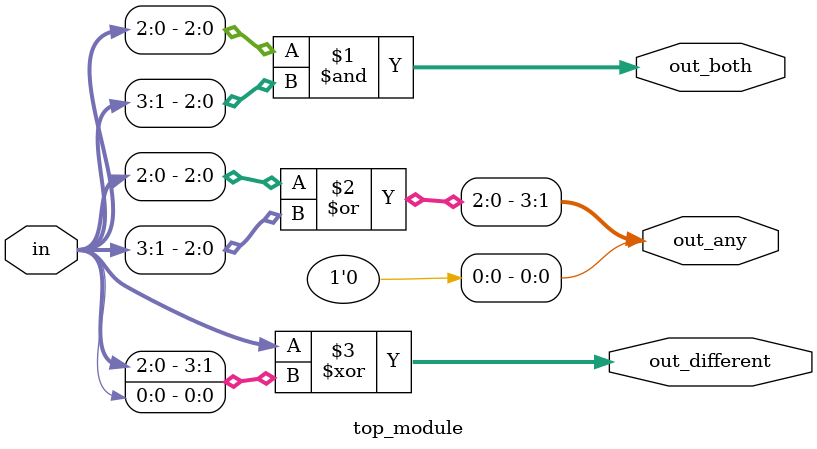
<source format=sv>
module top_module (
	input [3:0] in,
	output [2:0] out_both,
	output [3:0] out_any,
	output [3:0] out_different
);

	assign out_both = in[2:0] & in[3:1];
	assign out_any = {in[2:0] | in[3:1], 1'b0};
	assign out_different = in ^ {in[2:0], in[0]};

endmodule

</source>
